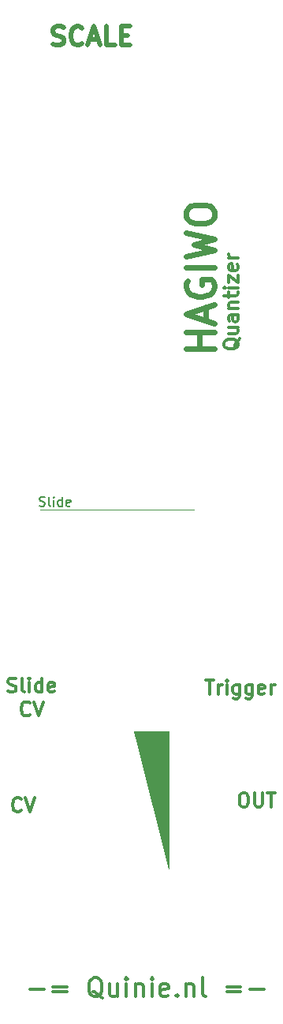
<source format=gbr>
%TF.GenerationSoftware,KiCad,Pcbnew,(5.1.10)-1*%
%TF.CreationDate,2021-09-13T17:23:51+02:00*%
%TF.ProjectId,panel,70616e65-6c2e-46b6-9963-61645f706362,rev?*%
%TF.SameCoordinates,Original*%
%TF.FileFunction,Legend,Top*%
%TF.FilePolarity,Positive*%
%FSLAX46Y46*%
G04 Gerber Fmt 4.6, Leading zero omitted, Abs format (unit mm)*
G04 Created by KiCad (PCBNEW (5.1.10)-1) date 2021-09-13 17:23:51*
%MOMM*%
%LPD*%
G01*
G04 APERTURE LIST*
%ADD10C,0.300000*%
%ADD11C,0.100000*%
%ADD12C,0.500000*%
%ADD13C,0.120000*%
%ADD14C,0.150000*%
%ADD15C,0.600000*%
G04 APERTURE END LIST*
D10*
X58139200Y-121809771D02*
X58424914Y-121809771D01*
X58567771Y-121881200D01*
X58710628Y-122024057D01*
X58782057Y-122309771D01*
X58782057Y-122809771D01*
X58710628Y-123095485D01*
X58567771Y-123238342D01*
X58424914Y-123309771D01*
X58139200Y-123309771D01*
X57996342Y-123238342D01*
X57853485Y-123095485D01*
X57782057Y-122809771D01*
X57782057Y-122309771D01*
X57853485Y-122024057D01*
X57996342Y-121881200D01*
X58139200Y-121809771D01*
X59424914Y-121809771D02*
X59424914Y-123024057D01*
X59496342Y-123166914D01*
X59567771Y-123238342D01*
X59710628Y-123309771D01*
X59996342Y-123309771D01*
X60139200Y-123238342D01*
X60210628Y-123166914D01*
X60282057Y-123024057D01*
X60282057Y-121809771D01*
X60782057Y-121809771D02*
X61639200Y-121809771D01*
X61210628Y-123309771D02*
X61210628Y-121809771D01*
D11*
G36*
X50215800Y-129971800D02*
G01*
X46456600Y-115214400D01*
X50215800Y-115214400D01*
X50215800Y-129971800D01*
G37*
X50215800Y-129971800D02*
X46456600Y-115214400D01*
X50215800Y-115214400D01*
X50215800Y-129971800D01*
D12*
X37767142Y-41449523D02*
X38052857Y-41544761D01*
X38529047Y-41544761D01*
X38719523Y-41449523D01*
X38814761Y-41354285D01*
X38910000Y-41163809D01*
X38910000Y-40973333D01*
X38814761Y-40782857D01*
X38719523Y-40687619D01*
X38529047Y-40592380D01*
X38148095Y-40497142D01*
X37957619Y-40401904D01*
X37862380Y-40306666D01*
X37767142Y-40116190D01*
X37767142Y-39925714D01*
X37862380Y-39735238D01*
X37957619Y-39640000D01*
X38148095Y-39544761D01*
X38624285Y-39544761D01*
X38910000Y-39640000D01*
X40910000Y-41354285D02*
X40814761Y-41449523D01*
X40529047Y-41544761D01*
X40338571Y-41544761D01*
X40052857Y-41449523D01*
X39862380Y-41259047D01*
X39767142Y-41068571D01*
X39671904Y-40687619D01*
X39671904Y-40401904D01*
X39767142Y-40020952D01*
X39862380Y-39830476D01*
X40052857Y-39640000D01*
X40338571Y-39544761D01*
X40529047Y-39544761D01*
X40814761Y-39640000D01*
X40910000Y-39735238D01*
X41671904Y-40973333D02*
X42624285Y-40973333D01*
X41481428Y-41544761D02*
X42148095Y-39544761D01*
X42814761Y-41544761D01*
X44433809Y-41544761D02*
X43481428Y-41544761D01*
X43481428Y-39544761D01*
X45100476Y-40497142D02*
X45767142Y-40497142D01*
X46052857Y-41544761D02*
X45100476Y-41544761D01*
X45100476Y-39544761D01*
X46052857Y-39544761D01*
D13*
X36398200Y-91389200D02*
X52908200Y-91389200D01*
D14*
X36331733Y-90981161D02*
X36474590Y-91028780D01*
X36712685Y-91028780D01*
X36807923Y-90981161D01*
X36855542Y-90933542D01*
X36903161Y-90838304D01*
X36903161Y-90743066D01*
X36855542Y-90647828D01*
X36807923Y-90600209D01*
X36712685Y-90552590D01*
X36522209Y-90504971D01*
X36426971Y-90457352D01*
X36379352Y-90409733D01*
X36331733Y-90314495D01*
X36331733Y-90219257D01*
X36379352Y-90124019D01*
X36426971Y-90076400D01*
X36522209Y-90028780D01*
X36760304Y-90028780D01*
X36903161Y-90076400D01*
X37474590Y-91028780D02*
X37379352Y-90981161D01*
X37331733Y-90885923D01*
X37331733Y-90028780D01*
X37855542Y-91028780D02*
X37855542Y-90362114D01*
X37855542Y-90028780D02*
X37807923Y-90076400D01*
X37855542Y-90124019D01*
X37903161Y-90076400D01*
X37855542Y-90028780D01*
X37855542Y-90124019D01*
X38760304Y-91028780D02*
X38760304Y-90028780D01*
X38760304Y-90981161D02*
X38665066Y-91028780D01*
X38474590Y-91028780D01*
X38379352Y-90981161D01*
X38331733Y-90933542D01*
X38284114Y-90838304D01*
X38284114Y-90552590D01*
X38331733Y-90457352D01*
X38379352Y-90409733D01*
X38474590Y-90362114D01*
X38665066Y-90362114D01*
X38760304Y-90409733D01*
X39617447Y-90981161D02*
X39522209Y-91028780D01*
X39331733Y-91028780D01*
X39236495Y-90981161D01*
X39188876Y-90885923D01*
X39188876Y-90504971D01*
X39236495Y-90409733D01*
X39331733Y-90362114D01*
X39522209Y-90362114D01*
X39617447Y-90409733D01*
X39665066Y-90504971D01*
X39665066Y-90600209D01*
X39188876Y-90695447D01*
D10*
X54172314Y-109693971D02*
X55029457Y-109693971D01*
X54600885Y-111193971D02*
X54600885Y-109693971D01*
X55529457Y-111193971D02*
X55529457Y-110193971D01*
X55529457Y-110479685D02*
X55600885Y-110336828D01*
X55672314Y-110265400D01*
X55815171Y-110193971D01*
X55958028Y-110193971D01*
X56458028Y-111193971D02*
X56458028Y-110193971D01*
X56458028Y-109693971D02*
X56386600Y-109765400D01*
X56458028Y-109836828D01*
X56529457Y-109765400D01*
X56458028Y-109693971D01*
X56458028Y-109836828D01*
X57815171Y-110193971D02*
X57815171Y-111408257D01*
X57743742Y-111551114D01*
X57672314Y-111622542D01*
X57529457Y-111693971D01*
X57315171Y-111693971D01*
X57172314Y-111622542D01*
X57815171Y-111122542D02*
X57672314Y-111193971D01*
X57386600Y-111193971D01*
X57243742Y-111122542D01*
X57172314Y-111051114D01*
X57100885Y-110908257D01*
X57100885Y-110479685D01*
X57172314Y-110336828D01*
X57243742Y-110265400D01*
X57386600Y-110193971D01*
X57672314Y-110193971D01*
X57815171Y-110265400D01*
X59172314Y-110193971D02*
X59172314Y-111408257D01*
X59100885Y-111551114D01*
X59029457Y-111622542D01*
X58886600Y-111693971D01*
X58672314Y-111693971D01*
X58529457Y-111622542D01*
X59172314Y-111122542D02*
X59029457Y-111193971D01*
X58743742Y-111193971D01*
X58600885Y-111122542D01*
X58529457Y-111051114D01*
X58458028Y-110908257D01*
X58458028Y-110479685D01*
X58529457Y-110336828D01*
X58600885Y-110265400D01*
X58743742Y-110193971D01*
X59029457Y-110193971D01*
X59172314Y-110265400D01*
X60458028Y-111122542D02*
X60315171Y-111193971D01*
X60029457Y-111193971D01*
X59886600Y-111122542D01*
X59815171Y-110979685D01*
X59815171Y-110408257D01*
X59886600Y-110265400D01*
X60029457Y-110193971D01*
X60315171Y-110193971D01*
X60458028Y-110265400D01*
X60529457Y-110408257D01*
X60529457Y-110551114D01*
X59815171Y-110693971D01*
X61172314Y-111193971D02*
X61172314Y-110193971D01*
X61172314Y-110479685D02*
X61243742Y-110336828D01*
X61315171Y-110265400D01*
X61458028Y-110193971D01*
X61600885Y-110193971D01*
X32958400Y-110914342D02*
X33172685Y-110985771D01*
X33529828Y-110985771D01*
X33672685Y-110914342D01*
X33744114Y-110842914D01*
X33815542Y-110700057D01*
X33815542Y-110557200D01*
X33744114Y-110414342D01*
X33672685Y-110342914D01*
X33529828Y-110271485D01*
X33244114Y-110200057D01*
X33101257Y-110128628D01*
X33029828Y-110057200D01*
X32958400Y-109914342D01*
X32958400Y-109771485D01*
X33029828Y-109628628D01*
X33101257Y-109557200D01*
X33244114Y-109485771D01*
X33601257Y-109485771D01*
X33815542Y-109557200D01*
X34672685Y-110985771D02*
X34529828Y-110914342D01*
X34458400Y-110771485D01*
X34458400Y-109485771D01*
X35244114Y-110985771D02*
X35244114Y-109985771D01*
X35244114Y-109485771D02*
X35172685Y-109557200D01*
X35244114Y-109628628D01*
X35315542Y-109557200D01*
X35244114Y-109485771D01*
X35244114Y-109628628D01*
X36601257Y-110985771D02*
X36601257Y-109485771D01*
X36601257Y-110914342D02*
X36458400Y-110985771D01*
X36172685Y-110985771D01*
X36029828Y-110914342D01*
X35958400Y-110842914D01*
X35886971Y-110700057D01*
X35886971Y-110271485D01*
X35958400Y-110128628D01*
X36029828Y-110057200D01*
X36172685Y-109985771D01*
X36458400Y-109985771D01*
X36601257Y-110057200D01*
X37886971Y-110914342D02*
X37744114Y-110985771D01*
X37458400Y-110985771D01*
X37315542Y-110914342D01*
X37244114Y-110771485D01*
X37244114Y-110200057D01*
X37315542Y-110057200D01*
X37458400Y-109985771D01*
X37744114Y-109985771D01*
X37886971Y-110057200D01*
X37958400Y-110200057D01*
X37958400Y-110342914D01*
X37244114Y-110485771D01*
X35279828Y-113392914D02*
X35208400Y-113464342D01*
X34994114Y-113535771D01*
X34851257Y-113535771D01*
X34636971Y-113464342D01*
X34494114Y-113321485D01*
X34422685Y-113178628D01*
X34351257Y-112892914D01*
X34351257Y-112678628D01*
X34422685Y-112392914D01*
X34494114Y-112250057D01*
X34636971Y-112107200D01*
X34851257Y-112035771D01*
X34994114Y-112035771D01*
X35208400Y-112107200D01*
X35279828Y-112178628D01*
X35708400Y-112035771D02*
X36208400Y-113535771D01*
X36708400Y-112035771D01*
X34340028Y-123700314D02*
X34268600Y-123771742D01*
X34054314Y-123843171D01*
X33911457Y-123843171D01*
X33697171Y-123771742D01*
X33554314Y-123628885D01*
X33482885Y-123486028D01*
X33411457Y-123200314D01*
X33411457Y-122986028D01*
X33482885Y-122700314D01*
X33554314Y-122557457D01*
X33697171Y-122414600D01*
X33911457Y-122343171D01*
X34054314Y-122343171D01*
X34268600Y-122414600D01*
X34340028Y-122486028D01*
X34768600Y-122343171D02*
X35268600Y-123843171D01*
X35768600Y-122343171D01*
X35282171Y-142890857D02*
X36805980Y-142890857D01*
X37758361Y-142605142D02*
X39282171Y-142605142D01*
X39282171Y-143176571D02*
X37758361Y-143176571D01*
X43091695Y-143843238D02*
X42901219Y-143748000D01*
X42710742Y-143557523D01*
X42425028Y-143271809D01*
X42234552Y-143176571D01*
X42044076Y-143176571D01*
X42139314Y-143652761D02*
X41948838Y-143557523D01*
X41758361Y-143367047D01*
X41663123Y-142986095D01*
X41663123Y-142319428D01*
X41758361Y-141938476D01*
X41948838Y-141748000D01*
X42139314Y-141652761D01*
X42520266Y-141652761D01*
X42710742Y-141748000D01*
X42901219Y-141938476D01*
X42996457Y-142319428D01*
X42996457Y-142986095D01*
X42901219Y-143367047D01*
X42710742Y-143557523D01*
X42520266Y-143652761D01*
X42139314Y-143652761D01*
X44710742Y-142319428D02*
X44710742Y-143652761D01*
X43853600Y-142319428D02*
X43853600Y-143367047D01*
X43948838Y-143557523D01*
X44139314Y-143652761D01*
X44425028Y-143652761D01*
X44615504Y-143557523D01*
X44710742Y-143462285D01*
X45663123Y-143652761D02*
X45663123Y-142319428D01*
X45663123Y-141652761D02*
X45567885Y-141748000D01*
X45663123Y-141843238D01*
X45758361Y-141748000D01*
X45663123Y-141652761D01*
X45663123Y-141843238D01*
X46615504Y-142319428D02*
X46615504Y-143652761D01*
X46615504Y-142509904D02*
X46710742Y-142414666D01*
X46901219Y-142319428D01*
X47186933Y-142319428D01*
X47377409Y-142414666D01*
X47472647Y-142605142D01*
X47472647Y-143652761D01*
X48425028Y-143652761D02*
X48425028Y-142319428D01*
X48425028Y-141652761D02*
X48329790Y-141748000D01*
X48425028Y-141843238D01*
X48520266Y-141748000D01*
X48425028Y-141652761D01*
X48425028Y-141843238D01*
X50139314Y-143557523D02*
X49948838Y-143652761D01*
X49567885Y-143652761D01*
X49377409Y-143557523D01*
X49282171Y-143367047D01*
X49282171Y-142605142D01*
X49377409Y-142414666D01*
X49567885Y-142319428D01*
X49948838Y-142319428D01*
X50139314Y-142414666D01*
X50234552Y-142605142D01*
X50234552Y-142795619D01*
X49282171Y-142986095D01*
X51091695Y-143462285D02*
X51186933Y-143557523D01*
X51091695Y-143652761D01*
X50996457Y-143557523D01*
X51091695Y-143462285D01*
X51091695Y-143652761D01*
X52044076Y-142319428D02*
X52044076Y-143652761D01*
X52044076Y-142509904D02*
X52139314Y-142414666D01*
X52329790Y-142319428D01*
X52615504Y-142319428D01*
X52805980Y-142414666D01*
X52901219Y-142605142D01*
X52901219Y-143652761D01*
X54139314Y-143652761D02*
X53948838Y-143557523D01*
X53853600Y-143367047D01*
X53853600Y-141652761D01*
X56425028Y-142605142D02*
X57948838Y-142605142D01*
X57948838Y-143176571D02*
X56425028Y-143176571D01*
X58901219Y-142890857D02*
X60425028Y-142890857D01*
X57793628Y-73077685D02*
X57722200Y-73220542D01*
X57579342Y-73363400D01*
X57365057Y-73577685D01*
X57293628Y-73720542D01*
X57293628Y-73863400D01*
X57650771Y-73791971D02*
X57579342Y-73934828D01*
X57436485Y-74077685D01*
X57150771Y-74149114D01*
X56650771Y-74149114D01*
X56365057Y-74077685D01*
X56222200Y-73934828D01*
X56150771Y-73791971D01*
X56150771Y-73506257D01*
X56222200Y-73363400D01*
X56365057Y-73220542D01*
X56650771Y-73149114D01*
X57150771Y-73149114D01*
X57436485Y-73220542D01*
X57579342Y-73363400D01*
X57650771Y-73506257D01*
X57650771Y-73791971D01*
X56650771Y-71863400D02*
X57650771Y-71863400D01*
X56650771Y-72506257D02*
X57436485Y-72506257D01*
X57579342Y-72434828D01*
X57650771Y-72291971D01*
X57650771Y-72077685D01*
X57579342Y-71934828D01*
X57507914Y-71863400D01*
X57650771Y-70506257D02*
X56865057Y-70506257D01*
X56722200Y-70577685D01*
X56650771Y-70720542D01*
X56650771Y-71006257D01*
X56722200Y-71149114D01*
X57579342Y-70506257D02*
X57650771Y-70649114D01*
X57650771Y-71006257D01*
X57579342Y-71149114D01*
X57436485Y-71220542D01*
X57293628Y-71220542D01*
X57150771Y-71149114D01*
X57079342Y-71006257D01*
X57079342Y-70649114D01*
X57007914Y-70506257D01*
X56650771Y-69791971D02*
X57650771Y-69791971D01*
X56793628Y-69791971D02*
X56722200Y-69720542D01*
X56650771Y-69577685D01*
X56650771Y-69363400D01*
X56722200Y-69220542D01*
X56865057Y-69149114D01*
X57650771Y-69149114D01*
X56650771Y-68649114D02*
X56650771Y-68077685D01*
X56150771Y-68434828D02*
X57436485Y-68434828D01*
X57579342Y-68363400D01*
X57650771Y-68220542D01*
X57650771Y-68077685D01*
X57650771Y-67577685D02*
X56650771Y-67577685D01*
X56150771Y-67577685D02*
X56222200Y-67649114D01*
X56293628Y-67577685D01*
X56222200Y-67506257D01*
X56150771Y-67577685D01*
X56293628Y-67577685D01*
X56650771Y-67006257D02*
X56650771Y-66220542D01*
X57650771Y-67006257D01*
X57650771Y-66220542D01*
X57579342Y-65077685D02*
X57650771Y-65220542D01*
X57650771Y-65506257D01*
X57579342Y-65649114D01*
X57436485Y-65720542D01*
X56865057Y-65720542D01*
X56722200Y-65649114D01*
X56650771Y-65506257D01*
X56650771Y-65220542D01*
X56722200Y-65077685D01*
X56865057Y-65006257D01*
X57007914Y-65006257D01*
X57150771Y-65720542D01*
X57650771Y-64363400D02*
X56650771Y-64363400D01*
X56936485Y-64363400D02*
X56793628Y-64291971D01*
X56722200Y-64220542D01*
X56650771Y-64077685D01*
X56650771Y-63934828D01*
D15*
X55078142Y-74114514D02*
X52078142Y-74114514D01*
X53506714Y-74114514D02*
X53506714Y-72400228D01*
X55078142Y-72400228D02*
X52078142Y-72400228D01*
X54221000Y-71114514D02*
X54221000Y-69685942D01*
X55078142Y-71400228D02*
X52078142Y-70400228D01*
X55078142Y-69400228D01*
X52221000Y-66828800D02*
X52078142Y-67114514D01*
X52078142Y-67543085D01*
X52221000Y-67971657D01*
X52506714Y-68257371D01*
X52792428Y-68400228D01*
X53363857Y-68543085D01*
X53792428Y-68543085D01*
X54363857Y-68400228D01*
X54649571Y-68257371D01*
X54935285Y-67971657D01*
X55078142Y-67543085D01*
X55078142Y-67257371D01*
X54935285Y-66828800D01*
X54792428Y-66685942D01*
X53792428Y-66685942D01*
X53792428Y-67257371D01*
X55078142Y-65400228D02*
X52078142Y-65400228D01*
X52078142Y-64257371D02*
X55078142Y-63543085D01*
X52935285Y-62971657D01*
X55078142Y-62400228D01*
X52078142Y-61685942D01*
X52078142Y-59971657D02*
X52078142Y-59400228D01*
X52221000Y-59114514D01*
X52506714Y-58828800D01*
X53078142Y-58685942D01*
X54078142Y-58685942D01*
X54649571Y-58828800D01*
X54935285Y-59114514D01*
X55078142Y-59400228D01*
X55078142Y-59971657D01*
X54935285Y-60257371D01*
X54649571Y-60543085D01*
X54078142Y-60685942D01*
X53078142Y-60685942D01*
X52506714Y-60543085D01*
X52221000Y-60257371D01*
X52078142Y-59971657D01*
M02*

</source>
